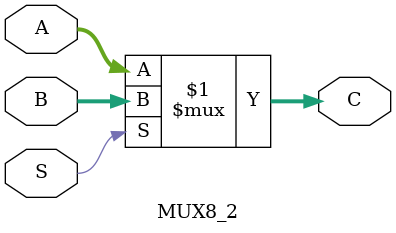
<source format=v>
`timescale 1ns / 1ps



module MUX8_2( input [7:0] A, output wire [7:0] C,
					input [7:0] B,
					input S);
assign C = S? B : A ;
endmodule
</source>
